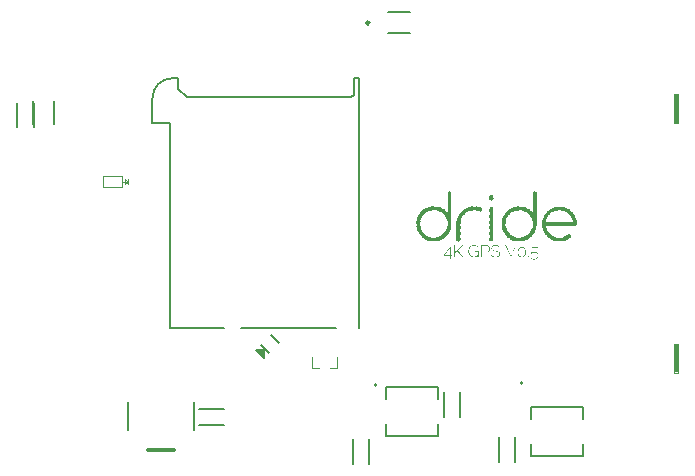
<source format=gto>
G04*
G04 #@! TF.GenerationSoftware,Altium Limited,Altium Designer,22.2.1 (43)*
G04*
G04 Layer_Color=65535*
%FSLAX44Y44*%
%MOMM*%
G71*
G04*
G04 #@! TF.SameCoordinates,32B94617-2C73-494B-87D1-3967A9C4A560*
G04*
G04*
G04 #@! TF.FilePolarity,Positive*
G04*
G01*
G75*
%ADD10C,0.1270*%
%ADD11C,0.2500*%
%ADD12C,0.2000*%
%ADD13C,0.1016*%
%ADD14C,0.1001*%
%ADD15C,0.3000*%
%ADD16C,0.1530*%
%ADD17R,0.3300X2.4700*%
G36*
X344351Y159233D02*
X344711D01*
Y158873D01*
X345071D01*
Y158513D01*
X345431D01*
Y158153D01*
X345791D01*
Y157794D01*
X345431D01*
Y157434D01*
X345791D01*
Y157074D01*
Y156714D01*
Y156354D01*
X345431D01*
Y155995D01*
Y155635D01*
X344711D01*
Y155275D01*
X344351D01*
Y154915D01*
X343272D01*
Y155275D01*
X342912D01*
Y154915D01*
X342552D01*
Y155275D01*
X342193D01*
Y155635D01*
X341833D01*
Y155995D01*
X341473D01*
Y156354D01*
Y156714D01*
Y157074D01*
X341113D01*
Y157434D01*
X341473D01*
Y157794D01*
Y158153D01*
Y158513D01*
X341833D01*
Y158873D01*
X342912D01*
Y159233D01*
X343272D01*
Y159593D01*
X343632D01*
Y159233D01*
X343992D01*
Y159593D01*
X344351D01*
Y159233D01*
D02*
G37*
G36*
Y149878D02*
X344711D01*
Y149518D01*
X345071D01*
Y149158D01*
X345431D01*
Y148799D01*
X345071D01*
Y148439D01*
X345431D01*
Y148079D01*
Y147719D01*
Y147359D01*
X345071D01*
Y147000D01*
X345431D01*
Y146640D01*
Y146280D01*
Y145920D01*
X345071D01*
Y145560D01*
X345431D01*
Y145201D01*
X345071D01*
Y144841D01*
X345431D01*
Y144481D01*
X345071D01*
Y144121D01*
X345431D01*
Y143761D01*
Y143401D01*
Y143042D01*
X345071D01*
Y142682D01*
X345431D01*
Y142322D01*
Y141962D01*
Y141602D01*
X345071D01*
Y141243D01*
X345431D01*
Y140883D01*
Y140523D01*
Y140163D01*
X345071D01*
Y139803D01*
X345431D01*
Y139444D01*
X345071D01*
Y139084D01*
X345431D01*
Y138724D01*
X345071D01*
Y138364D01*
X345431D01*
Y138005D01*
Y137645D01*
Y137285D01*
X345071D01*
Y136925D01*
X345431D01*
Y136565D01*
Y136206D01*
Y135846D01*
X345071D01*
Y135486D01*
X345431D01*
Y135126D01*
Y134766D01*
Y134406D01*
X345071D01*
Y134047D01*
X345431D01*
Y133687D01*
X345071D01*
Y133327D01*
X345431D01*
Y132967D01*
X345071D01*
Y132607D01*
X345431D01*
Y132248D01*
Y131888D01*
Y131528D01*
X345071D01*
Y131168D01*
X345431D01*
Y130808D01*
Y130449D01*
Y130089D01*
X345071D01*
Y129729D01*
X345431D01*
Y129369D01*
Y129009D01*
Y128650D01*
X345071D01*
Y128290D01*
X345431D01*
Y127930D01*
X345071D01*
Y127570D01*
X345431D01*
Y127210D01*
X345071D01*
Y126851D01*
X345431D01*
Y126491D01*
Y126131D01*
Y125771D01*
X345071D01*
Y125411D01*
X345431D01*
Y125052D01*
Y124692D01*
Y124332D01*
X345071D01*
Y123972D01*
X345431D01*
Y123612D01*
Y123253D01*
Y122893D01*
X345071D01*
Y122533D01*
X345431D01*
Y122173D01*
Y121813D01*
Y121454D01*
X345071D01*
Y121094D01*
X344711D01*
Y120734D01*
X344351D01*
Y120374D01*
X342552D01*
Y120734D01*
X342193D01*
Y121094D01*
X341833D01*
Y121454D01*
X342193D01*
Y121813D01*
X341833D01*
Y122173D01*
X342193D01*
Y122533D01*
X341833D01*
Y122893D01*
X342193D01*
Y123253D01*
X341833D01*
Y123612D01*
X342193D01*
Y123972D01*
X341833D01*
Y124332D01*
X342193D01*
Y124692D01*
X341833D01*
Y125052D01*
X342193D01*
Y125411D01*
X341833D01*
Y125771D01*
X342193D01*
Y126131D01*
X341833D01*
Y126491D01*
X342193D01*
Y126851D01*
X341833D01*
Y127210D01*
X342193D01*
Y127570D01*
X341833D01*
Y127930D01*
X342193D01*
Y128290D01*
X341833D01*
Y128650D01*
X342193D01*
Y129009D01*
X341833D01*
Y129369D01*
X342193D01*
Y129729D01*
X341833D01*
Y130089D01*
X342193D01*
Y130449D01*
X341833D01*
Y130808D01*
X342193D01*
Y131168D01*
X341833D01*
Y131528D01*
X342193D01*
Y131888D01*
X341833D01*
Y132248D01*
X342193D01*
Y132607D01*
X341833D01*
Y132967D01*
X342193D01*
Y133327D01*
X341833D01*
Y133687D01*
X342193D01*
Y134047D01*
X341833D01*
Y134406D01*
X342193D01*
Y134766D01*
X341833D01*
Y135126D01*
X342193D01*
Y135486D01*
X341833D01*
Y135846D01*
X342193D01*
Y136206D01*
X341833D01*
Y136565D01*
X342193D01*
Y136925D01*
X341833D01*
Y137285D01*
X342193D01*
Y137645D01*
X341833D01*
Y138005D01*
X342193D01*
Y138364D01*
X341833D01*
Y138724D01*
X342193D01*
Y139084D01*
X341833D01*
Y139444D01*
X342193D01*
Y139803D01*
X341833D01*
Y140163D01*
X342193D01*
Y140523D01*
X341833D01*
Y140883D01*
X342193D01*
Y141243D01*
X341833D01*
Y141602D01*
X342193D01*
Y141962D01*
X341833D01*
Y142322D01*
X342193D01*
Y142682D01*
X341833D01*
Y143042D01*
X342193D01*
Y143401D01*
X341833D01*
Y143761D01*
X342193D01*
Y144121D01*
X341833D01*
Y144481D01*
X342193D01*
Y144841D01*
X341833D01*
Y145201D01*
X342193D01*
Y145560D01*
X341833D01*
Y145920D01*
X342193D01*
Y146280D01*
X341833D01*
Y146640D01*
X342193D01*
Y147000D01*
X341833D01*
Y147359D01*
X342193D01*
Y147719D01*
X341833D01*
Y148079D01*
X342193D01*
Y148439D01*
X341833D01*
Y148799D01*
X342193D01*
Y149158D01*
Y149518D01*
X342912D01*
Y149878D01*
X343272D01*
Y150238D01*
X343632D01*
Y149878D01*
X343992D01*
Y150238D01*
X344351D01*
Y149878D01*
D02*
G37*
G36*
X331399D02*
X331758D01*
Y149518D01*
X332118D01*
Y149878D01*
X332478D01*
Y149518D01*
X333557D01*
Y149158D01*
X334637D01*
Y148799D01*
X335716D01*
Y148439D01*
Y148079D01*
Y147719D01*
X336076D01*
Y147359D01*
Y147000D01*
Y146640D01*
X335716D01*
Y146280D01*
X335356D01*
Y145920D01*
X334996D01*
Y145560D01*
X333917D01*
Y145920D01*
X333557D01*
Y145560D01*
X333198D01*
Y145920D01*
X332838D01*
Y146280D01*
X331758D01*
Y146640D01*
X331399D01*
Y146280D01*
X331039D01*
Y146640D01*
X330679D01*
Y147000D01*
X330319D01*
Y146640D01*
X330679D01*
Y146280D01*
X330319D01*
Y146640D01*
X329240D01*
Y147000D01*
X328880D01*
Y146640D01*
X327800D01*
Y146280D01*
X327441D01*
Y146640D01*
X327081D01*
Y146280D01*
X326721D01*
Y146640D01*
X326361D01*
Y146280D01*
X325282D01*
Y145920D01*
X324202D01*
Y145560D01*
X323843D01*
Y145201D01*
X323483D01*
Y144841D01*
X323123D01*
Y145201D01*
X322763D01*
Y144841D01*
X322403D01*
Y144481D01*
X322044D01*
Y144121D01*
X321684D01*
Y143761D01*
X321324D01*
Y143401D01*
X320964D01*
Y143042D01*
X320604D01*
Y142682D01*
X320245D01*
Y142322D01*
X319885D01*
Y141962D01*
X319525D01*
Y141602D01*
X319165D01*
Y141243D01*
X318805D01*
Y140883D01*
X319165D01*
Y140523D01*
X318805D01*
Y140163D01*
X318446D01*
Y139803D01*
X318086D01*
Y139444D01*
X318446D01*
Y139084D01*
X318086D01*
Y138724D01*
X317726D01*
Y138364D01*
Y138005D01*
Y137645D01*
X317366D01*
Y137285D01*
X317726D01*
Y136925D01*
X317366D01*
Y136565D01*
X317726D01*
Y136206D01*
X317366D01*
Y135846D01*
X317726D01*
Y135486D01*
X317366D01*
Y135126D01*
X317726D01*
Y134766D01*
X317366D01*
Y134406D01*
X317726D01*
Y134047D01*
X317366D01*
Y133687D01*
X317726D01*
Y133327D01*
X317366D01*
Y132967D01*
X317726D01*
Y132607D01*
X317366D01*
Y132248D01*
X317726D01*
Y131888D01*
X317366D01*
Y131528D01*
X317726D01*
Y131168D01*
X317366D01*
Y130808D01*
X317726D01*
Y130449D01*
X317366D01*
Y130089D01*
X317726D01*
Y129729D01*
X317366D01*
Y129369D01*
X317726D01*
Y129009D01*
X317366D01*
Y128650D01*
X317726D01*
Y128290D01*
X317366D01*
Y127930D01*
X317726D01*
Y127570D01*
X317366D01*
Y127210D01*
X317726D01*
Y126851D01*
X317366D01*
Y126491D01*
X317726D01*
Y126131D01*
X317366D01*
Y125771D01*
X317726D01*
Y125411D01*
X317366D01*
Y125052D01*
X317726D01*
Y124692D01*
X317366D01*
Y124332D01*
X317726D01*
Y123972D01*
X317366D01*
Y123612D01*
X317726D01*
Y123253D01*
X317366D01*
Y122893D01*
X317726D01*
Y122533D01*
X317366D01*
Y122173D01*
X317726D01*
Y121813D01*
X317366D01*
Y121454D01*
Y121094D01*
Y120734D01*
X317006D01*
Y120374D01*
X315927D01*
Y120014D01*
X315567D01*
Y120374D01*
X314488D01*
Y120734D01*
Y121094D01*
X314128D01*
Y121454D01*
Y121813D01*
Y122173D01*
Y122533D01*
X313768D01*
Y122893D01*
X314128D01*
Y123253D01*
Y123612D01*
Y123972D01*
X313768D01*
Y124332D01*
X314128D01*
Y124692D01*
Y125052D01*
Y125411D01*
X313768D01*
Y125771D01*
X314128D01*
Y126131D01*
Y126491D01*
Y126851D01*
X313768D01*
Y127210D01*
X314128D01*
Y127570D01*
Y127930D01*
Y128290D01*
X313768D01*
Y128650D01*
X314128D01*
Y129009D01*
Y129369D01*
Y129729D01*
X313768D01*
Y130089D01*
X314128D01*
Y130449D01*
Y130808D01*
Y131168D01*
X313768D01*
Y131528D01*
X314128D01*
Y131888D01*
Y132248D01*
Y132607D01*
X313768D01*
Y132967D01*
X314128D01*
Y133327D01*
Y133687D01*
Y134047D01*
X313768D01*
Y134406D01*
X314128D01*
Y134766D01*
Y135126D01*
Y135486D01*
Y135846D01*
Y136206D01*
Y136565D01*
Y136925D01*
Y137285D01*
Y137645D01*
X314488D01*
Y138005D01*
Y138364D01*
Y138724D01*
X314848D01*
Y139084D01*
X314488D01*
Y139444D01*
X314848D01*
Y139803D01*
Y140163D01*
Y140523D01*
X315207D01*
Y140883D01*
X315567D01*
Y141243D01*
X315207D01*
Y141602D01*
X315567D01*
Y141962D01*
X315927D01*
Y142322D01*
X316287D01*
Y142682D01*
Y143042D01*
X316647D01*
Y143401D01*
Y143761D01*
X317006D01*
Y144121D01*
X317366D01*
Y144481D01*
X317726D01*
Y144841D01*
X318086D01*
Y145201D01*
X318446D01*
Y145560D01*
X318805D01*
Y145920D01*
X319165D01*
Y146280D01*
X319525D01*
Y146640D01*
X319885D01*
Y147000D01*
X320245D01*
Y147359D01*
X320604D01*
Y147719D01*
X320964D01*
Y147359D01*
X321324D01*
Y147719D01*
X321684D01*
Y148079D01*
X322044D01*
Y148439D01*
X322403D01*
Y148799D01*
X323483D01*
Y149158D01*
X323843D01*
Y148799D01*
X324202D01*
Y149158D01*
X324562D01*
Y149518D01*
X325642D01*
Y149878D01*
X326001D01*
Y149518D01*
X326361D01*
Y149878D01*
X326721D01*
Y150238D01*
X327081D01*
Y149878D01*
X327441D01*
Y150238D01*
X327800D01*
Y149878D01*
X328160D01*
Y150238D01*
X328520D01*
Y149878D01*
X328880D01*
Y150238D01*
X329240D01*
Y149878D01*
X329599D01*
Y150238D01*
X329959D01*
Y149878D01*
X330319D01*
Y150238D01*
X330679D01*
Y149878D01*
X331039D01*
Y150238D01*
X331399D01*
Y149878D01*
D02*
G37*
G36*
X403719Y149518D02*
X404798D01*
Y149158D01*
X405158D01*
Y149518D01*
X405518D01*
Y149158D01*
X405878D01*
Y148799D01*
X406957D01*
Y148439D01*
X407317D01*
Y148799D01*
X407677D01*
Y148439D01*
X408036D01*
Y148079D01*
X408396D01*
Y147719D01*
X408756D01*
Y147359D01*
X409836D01*
Y147000D01*
X410195D01*
Y146640D01*
X410555D01*
Y146280D01*
X410915D01*
Y145920D01*
X411275D01*
Y145560D01*
X411634D01*
Y145201D01*
X411994D01*
Y144841D01*
X412354D01*
Y144481D01*
X412714D01*
Y144121D01*
X413074D01*
Y143761D01*
X413433D01*
Y143401D01*
X413793D01*
Y143042D01*
X414153D01*
Y142682D01*
X413793D01*
Y142322D01*
X414153D01*
Y141962D01*
X414513D01*
Y141602D01*
X414873D01*
Y141243D01*
Y140883D01*
Y140523D01*
X415233D01*
Y140163D01*
Y139803D01*
Y139444D01*
X415592D01*
Y139084D01*
Y138724D01*
Y138364D01*
X415952D01*
Y138005D01*
Y137645D01*
Y137285D01*
X416312D01*
Y136925D01*
X415952D01*
Y136565D01*
X416312D01*
Y136206D01*
X415952D01*
Y135846D01*
X416312D01*
Y135486D01*
X415952D01*
Y135126D01*
X416312D01*
Y134766D01*
X415952D01*
Y134406D01*
X415592D01*
Y134047D01*
X415233D01*
Y133687D01*
X414873D01*
Y133327D01*
X414513D01*
Y133687D01*
X414153D01*
Y133327D01*
X413793D01*
Y133687D01*
X413433D01*
Y133327D01*
X413074D01*
Y133687D01*
X412714D01*
Y133327D01*
X412354D01*
Y133687D01*
X411994D01*
Y133327D01*
X411634D01*
Y133687D01*
X411275D01*
Y133327D01*
X410915D01*
Y133687D01*
X410555D01*
Y133327D01*
X410195D01*
Y133687D01*
X409836D01*
Y133327D01*
X409476D01*
Y133687D01*
X409116D01*
Y133327D01*
X408756D01*
Y133687D01*
X408396D01*
Y133327D01*
X408036D01*
Y133687D01*
X407677D01*
Y133327D01*
X407317D01*
Y133687D01*
X406957D01*
Y133327D01*
X406597D01*
Y133687D01*
X406237D01*
Y133327D01*
X405878D01*
Y133687D01*
X405518D01*
Y133327D01*
X405158D01*
Y133687D01*
X404798D01*
Y133327D01*
X404438D01*
Y133687D01*
X404079D01*
Y133327D01*
X403719D01*
Y133687D01*
X403359D01*
Y133327D01*
X402999D01*
Y133687D01*
X402639D01*
Y133327D01*
X402280D01*
Y133687D01*
X401920D01*
Y133327D01*
X401560D01*
Y133687D01*
X401200D01*
Y133327D01*
X400840D01*
Y133687D01*
X400481D01*
Y133327D01*
X400121D01*
Y133687D01*
X399761D01*
Y133327D01*
X399401D01*
Y133687D01*
X399041D01*
Y133327D01*
X398682D01*
Y133687D01*
X398322D01*
Y133327D01*
X397962D01*
Y133687D01*
X397602D01*
Y133327D01*
X397242D01*
Y133687D01*
X396883D01*
Y133327D01*
X396523D01*
Y133687D01*
X396163D01*
Y133327D01*
X395803D01*
Y133687D01*
X395443D01*
Y133327D01*
X395084D01*
Y133687D01*
X394724D01*
Y133327D01*
X394364D01*
Y133687D01*
X394004D01*
Y133327D01*
X393644D01*
Y133687D01*
X393285D01*
Y133327D01*
X392925D01*
Y133687D01*
X392565D01*
Y133327D01*
X392205D01*
Y133687D01*
X391845D01*
Y133327D01*
X391485D01*
Y133687D01*
X391126D01*
Y133327D01*
X390766D01*
Y133687D01*
X390406D01*
Y133327D01*
X389687D01*
Y132967D01*
Y132607D01*
X390046D01*
Y132248D01*
Y131888D01*
Y131528D01*
X390406D01*
Y131168D01*
Y130808D01*
Y130449D01*
X390766D01*
Y130089D01*
X391126D01*
Y129729D01*
X390766D01*
Y129369D01*
X391126D01*
Y129009D01*
X391485D01*
Y128650D01*
X391845D01*
Y128290D01*
X392205D01*
Y127930D01*
X392565D01*
Y127570D01*
Y127210D01*
X393285D01*
Y126851D01*
X393644D01*
Y126491D01*
X394004D01*
Y126131D01*
X394364D01*
Y125771D01*
X394724D01*
Y125411D01*
X395084D01*
Y125052D01*
X396163D01*
Y124692D01*
X396523D01*
Y124332D01*
X397602D01*
Y123972D01*
X398682D01*
Y123612D01*
X399041D01*
Y123972D01*
X399401D01*
Y123612D01*
X403359D01*
Y123972D01*
X403719D01*
Y123612D01*
X404079D01*
Y123972D01*
X404438D01*
Y124332D01*
X405518D01*
Y124692D01*
X405878D01*
Y124332D01*
X406237D01*
Y124692D01*
X406597D01*
Y125052D01*
X406957D01*
Y125411D01*
X407317D01*
Y125771D01*
X408396D01*
Y126131D01*
X408756D01*
Y126491D01*
X409116D01*
Y126851D01*
X409476D01*
Y126491D01*
X409836D01*
Y126851D01*
X410195D01*
Y126491D01*
X410555D01*
Y126131D01*
X410915D01*
Y125771D01*
X411275D01*
Y125411D01*
Y125052D01*
Y124692D01*
Y124332D01*
Y123972D01*
X410915D01*
Y123612D01*
X410555D01*
Y123253D01*
X409476D01*
Y122893D01*
Y122533D01*
X408756D01*
Y122173D01*
X408396D01*
Y121813D01*
X407317D01*
Y121454D01*
X406957D01*
Y121094D01*
X405158D01*
Y120734D01*
X404079D01*
Y120374D01*
X403719D01*
Y120734D01*
X403359D01*
Y120374D01*
X399401D01*
Y120734D01*
X399041D01*
Y120374D01*
X398682D01*
Y120734D01*
X398322D01*
Y120374D01*
X397962D01*
Y120734D01*
X397602D01*
Y121094D01*
X395803D01*
Y121454D01*
X395443D01*
Y121813D01*
X394364D01*
Y122173D01*
X394004D01*
Y122533D01*
X392925D01*
Y122893D01*
X392565D01*
Y123253D01*
X392205D01*
Y123612D01*
X391845D01*
Y123972D01*
X391485D01*
Y124332D01*
X391126D01*
Y124692D01*
X390766D01*
Y125052D01*
X390406D01*
Y125411D01*
X390046D01*
Y125771D01*
X389687D01*
Y126131D01*
X389327D01*
Y126491D01*
Y126851D01*
X388967D01*
Y127210D01*
Y127570D01*
X388607D01*
Y127930D01*
X388247D01*
Y128290D01*
X387887D01*
Y128650D01*
X388247D01*
Y129009D01*
X387887D01*
Y129369D01*
X387528D01*
Y129729D01*
X387168D01*
Y130089D01*
X387528D01*
Y130449D01*
X387168D01*
Y130808D01*
Y131168D01*
Y131528D01*
X386808D01*
Y131888D01*
Y132248D01*
Y132607D01*
Y132967D01*
Y133327D01*
X386448D01*
Y133687D01*
X386808D01*
Y134047D01*
X386448D01*
Y134406D01*
X386808D01*
Y134766D01*
X386448D01*
Y135126D01*
X386808D01*
Y135486D01*
X386448D01*
Y135846D01*
X386808D01*
Y136206D01*
X386448D01*
Y136565D01*
X386808D01*
Y136925D01*
X386448D01*
Y137285D01*
X386808D01*
Y137645D01*
Y138005D01*
Y138364D01*
X387168D01*
Y138724D01*
Y139084D01*
Y139444D01*
X387528D01*
Y139803D01*
X387168D01*
Y140163D01*
X387528D01*
Y140523D01*
X387887D01*
Y140883D01*
Y141243D01*
Y141602D01*
X388247D01*
Y141962D01*
X388607D01*
Y142322D01*
Y142682D01*
Y143042D01*
X388967D01*
Y143401D01*
X389327D01*
Y143761D01*
X389687D01*
Y144121D01*
X390046D01*
Y144481D01*
X390406D01*
Y144841D01*
Y145201D01*
X391126D01*
Y145560D01*
Y145920D01*
X391845D01*
Y146280D01*
X392205D01*
Y146640D01*
X392565D01*
Y147000D01*
X392925D01*
Y147359D01*
X393644D01*
Y147719D01*
Y148079D01*
X394724D01*
Y148439D01*
X395084D01*
Y148799D01*
X395443D01*
Y148439D01*
X395803D01*
Y148799D01*
X396883D01*
Y149158D01*
X397242D01*
Y149518D01*
X397602D01*
Y149158D01*
X397962D01*
Y149518D01*
X399041D01*
Y149878D01*
X399401D01*
Y149518D01*
X399761D01*
Y149878D01*
X400121D01*
Y149518D01*
X400481D01*
Y149878D01*
X400840D01*
Y149518D01*
X401200D01*
Y149878D01*
X401560D01*
Y149518D01*
X401920D01*
Y149878D01*
X402280D01*
Y149518D01*
X402639D01*
Y149878D01*
X402999D01*
Y149518D01*
X403359D01*
Y149878D01*
X403719D01*
Y149518D01*
D02*
G37*
G36*
X308371Y162831D02*
X308731D01*
Y162471D01*
X309450D01*
Y162111D01*
Y161751D01*
X309810D01*
Y161392D01*
Y161032D01*
Y160672D01*
X309450D01*
Y160312D01*
X309810D01*
Y159952D01*
Y159593D01*
Y159233D01*
X309450D01*
Y158873D01*
X309810D01*
Y158513D01*
Y158153D01*
Y157794D01*
X309450D01*
Y157434D01*
X309810D01*
Y157074D01*
Y156714D01*
Y156354D01*
X309450D01*
Y155995D01*
X309810D01*
Y155635D01*
Y155275D01*
Y154915D01*
X309450D01*
Y154555D01*
X309810D01*
Y154196D01*
Y153836D01*
Y153476D01*
X309450D01*
Y153116D01*
X309810D01*
Y152756D01*
Y152397D01*
Y152037D01*
X309450D01*
Y151677D01*
X309810D01*
Y151317D01*
Y150957D01*
Y150598D01*
X309450D01*
Y150238D01*
X309810D01*
Y149878D01*
Y149518D01*
Y149158D01*
X309450D01*
Y148799D01*
X309810D01*
Y148439D01*
Y148079D01*
Y147719D01*
X309450D01*
Y147359D01*
X309810D01*
Y147000D01*
Y146640D01*
Y146280D01*
X309450D01*
Y145920D01*
X309810D01*
Y145560D01*
Y145201D01*
Y144841D01*
X309450D01*
Y144481D01*
X309810D01*
Y144121D01*
Y143761D01*
Y143401D01*
X309450D01*
Y143042D01*
X309810D01*
Y142682D01*
Y142322D01*
Y141962D01*
X309450D01*
Y141602D01*
X309810D01*
Y141243D01*
Y140883D01*
Y140523D01*
X309450D01*
Y140163D01*
X309810D01*
Y139803D01*
Y139444D01*
Y139084D01*
X309450D01*
Y138724D01*
X309810D01*
Y138364D01*
Y138005D01*
Y137645D01*
X309450D01*
Y137285D01*
X309810D01*
Y136925D01*
Y136565D01*
Y136206D01*
X309450D01*
Y135846D01*
X309810D01*
Y135486D01*
Y135126D01*
Y134766D01*
X309450D01*
Y134406D01*
X309810D01*
Y134047D01*
Y133687D01*
Y133327D01*
X309450D01*
Y132967D01*
X309810D01*
Y132607D01*
X309450D01*
Y132248D01*
X309810D01*
Y131888D01*
X309450D01*
Y131528D01*
Y131168D01*
Y130808D01*
X309091D01*
Y130449D01*
Y130089D01*
Y129729D01*
X308731D01*
Y129369D01*
Y129009D01*
X308371D01*
Y128650D01*
Y128290D01*
X308011D01*
Y127930D01*
Y127570D01*
X307652D01*
Y127210D01*
Y126851D01*
X307292D01*
Y126491D01*
X306932D01*
Y126131D01*
X306572D01*
Y125771D01*
X306212D01*
Y125411D01*
X305853D01*
Y125052D01*
X305493D01*
Y124692D01*
X305133D01*
Y124332D01*
Y123972D01*
X304413D01*
Y123612D01*
X304053D01*
Y123253D01*
X303694D01*
Y122893D01*
X303334D01*
Y122533D01*
X302974D01*
Y122173D01*
X301895D01*
Y121813D01*
X300815D01*
Y121454D01*
X301175D01*
Y121094D01*
X300815D01*
Y121454D01*
X300455D01*
Y121094D01*
X299376D01*
Y120734D01*
X299016D01*
Y120374D01*
X298656D01*
Y120734D01*
X298297D01*
Y120374D01*
X291460D01*
Y120734D01*
X290381D01*
Y121094D01*
X289302D01*
Y121454D01*
X288942D01*
Y121813D01*
X287862D01*
Y122173D01*
X287502D01*
Y122533D01*
X286423D01*
Y122893D01*
X286063D01*
Y123253D01*
X285704D01*
Y123612D01*
X285344D01*
Y123972D01*
X284984D01*
Y124332D01*
X284624D01*
Y124692D01*
X284264D01*
Y125052D01*
X283904D01*
Y125411D01*
X283545D01*
Y125771D01*
X283185D01*
Y126131D01*
X282825D01*
Y126491D01*
X282465D01*
Y126851D01*
X282106D01*
Y127210D01*
X282465D01*
Y127570D01*
X282106D01*
Y127930D01*
X281746D01*
Y128290D01*
X281386D01*
Y128650D01*
Y129009D01*
Y129369D01*
X281026D01*
Y129729D01*
X280666D01*
Y130089D01*
X281026D01*
Y130449D01*
X280666D01*
Y130808D01*
Y131168D01*
Y131528D01*
X280306D01*
Y131888D01*
Y132248D01*
Y132607D01*
X279947D01*
Y132967D01*
X280306D01*
Y133327D01*
X279947D01*
Y133687D01*
X280306D01*
Y134047D01*
X279947D01*
Y134406D01*
X280306D01*
Y134766D01*
X279947D01*
Y135126D01*
X280306D01*
Y135486D01*
X279947D01*
Y135846D01*
X280306D01*
Y136206D01*
X279947D01*
Y136565D01*
X280306D01*
Y136925D01*
X279947D01*
Y137285D01*
X280306D01*
Y137645D01*
X279947D01*
Y138005D01*
X280306D01*
Y138364D01*
Y138724D01*
Y139084D01*
X280666D01*
Y139444D01*
Y139803D01*
Y140163D01*
X281026D01*
Y140523D01*
Y140883D01*
Y141243D01*
X281386D01*
Y141602D01*
X281746D01*
Y141962D01*
X281386D01*
Y142322D01*
X281746D01*
Y142682D01*
X282106D01*
Y143042D01*
X282465D01*
Y143401D01*
X282825D01*
Y143761D01*
X283185D01*
Y144121D01*
X282825D01*
Y144481D01*
X283185D01*
Y144841D01*
X283545D01*
Y145201D01*
X283904D01*
Y145560D01*
X284264D01*
Y145920D01*
X284624D01*
Y146280D01*
X284984D01*
Y146640D01*
X285344D01*
Y147000D01*
X285704D01*
Y147359D01*
X286783D01*
Y147719D01*
X287143D01*
Y148079D01*
X287502D01*
Y148439D01*
X287862D01*
Y148799D01*
X288222D01*
Y148439D01*
X288582D01*
Y148799D01*
X288942D01*
Y149158D01*
X289302D01*
Y148799D01*
X289661D01*
Y149158D01*
X290021D01*
Y149518D01*
X291101D01*
Y149878D01*
X291460D01*
Y149518D01*
X291820D01*
Y149878D01*
X292180D01*
Y150238D01*
X292540D01*
Y149878D01*
X292900D01*
Y150238D01*
X293259D01*
Y149878D01*
X293619D01*
Y150238D01*
X293979D01*
Y149878D01*
X294339D01*
Y150238D01*
X294699D01*
Y149878D01*
X295058D01*
Y150238D01*
X295418D01*
Y149878D01*
X295778D01*
Y150238D01*
X296138D01*
Y149878D01*
X296498D01*
Y150238D01*
X296857D01*
Y149878D01*
X297217D01*
Y149518D01*
X297577D01*
Y149878D01*
X297937D01*
Y149518D01*
X298297D01*
Y149878D01*
X298656D01*
Y149518D01*
X299736D01*
Y149158D01*
X300096D01*
Y148799D01*
X300455D01*
Y149158D01*
X300815D01*
Y148799D01*
X301895D01*
Y148439D01*
X302255D01*
Y148079D01*
X302614D01*
Y147719D01*
X302974D01*
Y147359D01*
X304053D01*
Y147000D01*
X304413D01*
Y146640D01*
X304773D01*
Y146280D01*
X305133D01*
Y145920D01*
X305493D01*
Y145560D01*
X305853D01*
Y145201D01*
X306212D01*
Y144841D01*
X306572D01*
Y145201D01*
Y145560D01*
Y145920D01*
Y146280D01*
Y146640D01*
Y147000D01*
Y147359D01*
Y147719D01*
Y148079D01*
Y148439D01*
Y148799D01*
Y149158D01*
Y149518D01*
Y149878D01*
Y150238D01*
Y150598D01*
Y150957D01*
Y151317D01*
Y151677D01*
Y152037D01*
Y152397D01*
Y152756D01*
Y153116D01*
Y153476D01*
Y153836D01*
Y154196D01*
Y154555D01*
Y154915D01*
Y155275D01*
Y155635D01*
Y155995D01*
Y156354D01*
Y156714D01*
Y157074D01*
Y157434D01*
Y157794D01*
Y158153D01*
Y158513D01*
Y158873D01*
Y159233D01*
Y159593D01*
Y159952D01*
Y160312D01*
Y160672D01*
Y161032D01*
Y161392D01*
Y161751D01*
X306932D01*
Y162111D01*
Y162471D01*
X307652D01*
Y162831D01*
X308011D01*
Y163191D01*
X308371D01*
Y162831D01*
D02*
G37*
G36*
X380332D02*
X380691D01*
Y162471D01*
X381771D01*
Y162111D01*
Y161751D01*
X382131D01*
Y161392D01*
Y161032D01*
Y160672D01*
Y160312D01*
Y159952D01*
Y159593D01*
Y159233D01*
Y158873D01*
Y158513D01*
Y158153D01*
Y157794D01*
Y157434D01*
Y157074D01*
Y156714D01*
Y156354D01*
Y155995D01*
Y155635D01*
Y155275D01*
Y154915D01*
Y154555D01*
Y154196D01*
Y153836D01*
Y153476D01*
Y153116D01*
Y152756D01*
Y152397D01*
Y152037D01*
Y151677D01*
Y151317D01*
Y150957D01*
Y150598D01*
Y150238D01*
Y149878D01*
Y149518D01*
Y149158D01*
Y148799D01*
Y148439D01*
Y148079D01*
Y147719D01*
Y147359D01*
Y147000D01*
Y146640D01*
Y146280D01*
Y145920D01*
Y145560D01*
Y145201D01*
Y144841D01*
Y144481D01*
Y144121D01*
Y143761D01*
Y143401D01*
Y143042D01*
Y142682D01*
Y142322D01*
Y141962D01*
Y141602D01*
Y141243D01*
Y140883D01*
Y140523D01*
Y140163D01*
Y139803D01*
Y139444D01*
Y139084D01*
Y138724D01*
Y138364D01*
Y138005D01*
Y137645D01*
Y137285D01*
Y136925D01*
Y136565D01*
Y136206D01*
Y135846D01*
Y135486D01*
Y135126D01*
Y134766D01*
Y134406D01*
Y134047D01*
Y133687D01*
X381771D01*
Y133327D01*
X382131D01*
Y132967D01*
X381771D01*
Y132607D01*
Y132248D01*
Y131888D01*
X381411D01*
Y131528D01*
X381771D01*
Y131168D01*
X381411D01*
Y130808D01*
Y130449D01*
Y130089D01*
X381051D01*
Y129729D01*
X380691D01*
Y129369D01*
X381051D01*
Y129009D01*
X380691D01*
Y128650D01*
X380332D01*
Y128290D01*
Y127930D01*
Y127570D01*
X379972D01*
Y127210D01*
X379612D01*
Y126851D01*
X379252D01*
Y126491D01*
Y126131D01*
X378533D01*
Y125771D01*
X378892D01*
Y125411D01*
X378173D01*
Y125052D01*
Y124692D01*
X377813D01*
Y124332D01*
X377453D01*
Y123972D01*
X376734D01*
Y123612D01*
Y123253D01*
X375654D01*
Y122893D01*
X375294D01*
Y122533D01*
X374935D01*
Y122173D01*
X374575D01*
Y121813D01*
X373495D01*
Y121454D01*
X373136D01*
Y121813D01*
X372776D01*
Y121454D01*
X373136D01*
Y121094D01*
X372776D01*
Y121454D01*
X372416D01*
Y121094D01*
X371337D01*
Y120734D01*
X370977D01*
Y120374D01*
X370617D01*
Y120734D01*
X370257D01*
Y120374D01*
X364141D01*
Y120734D01*
X363781D01*
Y120374D01*
X363421D01*
Y120734D01*
X363061D01*
Y121094D01*
X361262D01*
Y121454D01*
X360902D01*
Y121813D01*
X359823D01*
Y122173D01*
X359463D01*
Y122533D01*
X359103D01*
Y122893D01*
X358744D01*
Y123253D01*
X357664D01*
Y123612D01*
X357304D01*
Y123972D01*
X356945D01*
Y124332D01*
X356585D01*
Y124692D01*
X356225D01*
Y125052D01*
X355865D01*
Y125411D01*
X355505D01*
Y125771D01*
Y126131D01*
X354786D01*
Y126491D01*
X355145D01*
Y126851D01*
X354786D01*
Y127210D01*
X354426D01*
Y127570D01*
X354066D01*
Y127930D01*
Y128290D01*
X353706D01*
Y128650D01*
Y129009D01*
X353346D01*
Y129369D01*
Y129729D01*
Y130089D01*
X352987D01*
Y130449D01*
Y130808D01*
Y131168D01*
X352627D01*
Y131528D01*
X352987D01*
Y131888D01*
X352627D01*
Y132248D01*
Y132607D01*
Y132967D01*
X352267D01*
Y133327D01*
Y133687D01*
Y134047D01*
Y134406D01*
Y134766D01*
Y135126D01*
Y135486D01*
Y135846D01*
Y136206D01*
Y136565D01*
Y136925D01*
X352627D01*
Y137285D01*
X352267D01*
Y137645D01*
X352627D01*
Y138005D01*
Y138364D01*
Y138724D01*
X352987D01*
Y139084D01*
X352627D01*
Y139444D01*
X352987D01*
Y139803D01*
Y140163D01*
X353346D01*
Y140523D01*
Y140883D01*
X353706D01*
Y141243D01*
X353346D01*
Y141602D01*
X353706D01*
Y141962D01*
X354066D01*
Y142322D01*
X354426D01*
Y142682D01*
X354066D01*
Y143042D01*
X354786D01*
Y143401D01*
Y143761D01*
X355145D01*
Y144121D01*
X355505D01*
Y144481D01*
X355865D01*
Y144841D01*
X356225D01*
Y145201D01*
X356585D01*
Y145560D01*
X356945D01*
Y145920D01*
X357304D01*
Y146280D01*
X357664D01*
Y146640D01*
X358024D01*
Y147000D01*
X358384D01*
Y147359D01*
X358744D01*
Y147719D01*
X359103D01*
Y148079D01*
X360183D01*
Y148439D01*
X360542D01*
Y148799D01*
X361622D01*
Y149158D01*
X361982D01*
Y149518D01*
X362341D01*
Y149158D01*
X362701D01*
Y149518D01*
X363781D01*
Y149878D01*
X364141D01*
Y149518D01*
X364500D01*
Y149878D01*
X365580D01*
Y150238D01*
X365940D01*
Y149878D01*
X366299D01*
Y150238D01*
X366659D01*
Y149878D01*
X367019D01*
Y150238D01*
X367379D01*
Y149878D01*
X367739D01*
Y150238D01*
X368098D01*
Y149878D01*
X368458D01*
Y150238D01*
X368818D01*
Y149878D01*
X369178D01*
Y149518D01*
X369538D01*
Y149878D01*
X369897D01*
Y149518D01*
X370257D01*
Y149878D01*
X370617D01*
Y149518D01*
X371696D01*
Y149158D01*
X372776D01*
Y148799D01*
X373855D01*
Y148439D01*
X374215D01*
Y148079D01*
X374575D01*
Y147719D01*
X374935D01*
Y148079D01*
X375294D01*
Y147719D01*
X375654D01*
Y147359D01*
X376014D01*
Y147000D01*
X376374D01*
Y146640D01*
X376734D01*
Y146280D01*
X377093D01*
Y145920D01*
X377813D01*
Y145560D01*
Y145201D01*
X378173D01*
Y144841D01*
X378533D01*
Y144481D01*
X378892D01*
Y144841D01*
X378533D01*
Y145201D01*
X378892D01*
Y145560D01*
X378533D01*
Y145920D01*
X378892D01*
Y146280D01*
X378533D01*
Y146640D01*
X378892D01*
Y147000D01*
X378533D01*
Y147359D01*
X378892D01*
Y147719D01*
X378533D01*
Y148079D01*
X378892D01*
Y148439D01*
X378533D01*
Y148799D01*
X378892D01*
Y149158D01*
X378533D01*
Y149518D01*
X378892D01*
Y149878D01*
X378533D01*
Y150238D01*
X378892D01*
Y150598D01*
X378533D01*
Y150957D01*
X378892D01*
Y151317D01*
X378533D01*
Y151677D01*
X378892D01*
Y152037D01*
X378533D01*
Y152397D01*
X378892D01*
Y152756D01*
X378533D01*
Y153116D01*
X378892D01*
Y153476D01*
X378533D01*
Y153836D01*
X378892D01*
Y154196D01*
X378533D01*
Y154555D01*
X378892D01*
Y154915D01*
X378533D01*
Y155275D01*
X378892D01*
Y155635D01*
X378533D01*
Y155995D01*
X378892D01*
Y156354D01*
X378533D01*
Y156714D01*
X378892D01*
Y157074D01*
X378533D01*
Y157434D01*
X378892D01*
Y157794D01*
X378533D01*
Y158153D01*
X378892D01*
Y158513D01*
X378533D01*
Y158873D01*
X378892D01*
Y159233D01*
X378533D01*
Y159593D01*
X378892D01*
Y159952D01*
X378533D01*
Y160312D01*
X378892D01*
Y160672D01*
X378533D01*
Y161032D01*
X378892D01*
Y161392D01*
X378533D01*
Y161751D01*
X378892D01*
Y162111D01*
X379252D01*
Y162471D01*
X379612D01*
Y162831D01*
X379972D01*
Y163191D01*
X380332D01*
Y162831D01*
D02*
G37*
G36*
X347723Y117402D02*
X347908Y117383D01*
X348112Y117365D01*
X348538Y117291D01*
X348556D01*
X348630Y117272D01*
X348741Y117235D01*
X348871Y117198D01*
X349038Y117143D01*
X349204Y117069D01*
X349556Y116883D01*
X349575Y116865D01*
X349630Y116828D01*
X349723Y116772D01*
X349852Y116680D01*
X349982Y116569D01*
X350130Y116439D01*
X350297Y116272D01*
X350463Y116069D01*
X350130Y115736D01*
X350112Y115754D01*
X350056Y115791D01*
X349982Y115865D01*
X349889Y115939D01*
X349667Y116143D01*
X349426Y116309D01*
X349408Y116328D01*
X349371Y116347D01*
X349315Y116383D01*
X349241Y116421D01*
X349056Y116532D01*
X348834Y116624D01*
X348815D01*
X348778Y116643D01*
X348723Y116661D01*
X348630Y116698D01*
X348408Y116754D01*
X348149Y116809D01*
X348130D01*
X348093Y116828D01*
X348019D01*
X347927Y116847D01*
X347797D01*
X347667Y116865D01*
X347093D01*
X346945Y116847D01*
X346797Y116828D01*
X346445Y116791D01*
X346056Y116717D01*
X345649Y116606D01*
X345297Y116439D01*
X345131Y116347D01*
X344982Y116235D01*
X344945Y116217D01*
X344871Y116124D01*
X344760Y115995D01*
X344631Y115809D01*
X344482Y115569D01*
X344371Y115291D01*
X344297Y114976D01*
X344260Y114606D01*
Y114569D01*
Y114495D01*
X344279Y114365D01*
X344297Y114217D01*
X344334Y114050D01*
X344390Y113865D01*
X344464Y113699D01*
X344557Y113532D01*
X344575Y113513D01*
X344612Y113476D01*
X344686Y113402D01*
X344797Y113310D01*
X344927Y113217D01*
X345093Y113125D01*
X345279Y113013D01*
X345519Y112921D01*
X345556Y112902D01*
X345649Y112884D01*
X345797Y112828D01*
X346001Y112773D01*
X346260Y112699D01*
X346556Y112625D01*
X346908Y112551D01*
X347297Y112458D01*
X347315D01*
X347353Y112439D01*
X347408D01*
X347482Y112421D01*
X347704Y112365D01*
X347982Y112310D01*
X348278Y112217D01*
X348612Y112125D01*
X348964Y112032D01*
X349278Y111921D01*
X349297D01*
X349315Y111903D01*
X349408Y111866D01*
X349575Y111791D01*
X349760Y111699D01*
X349963Y111588D01*
X350186Y111440D01*
X350408Y111273D01*
X350593Y111088D01*
X350611Y111069D01*
X350667Y110995D01*
X350741Y110866D01*
X350834Y110717D01*
X350926Y110495D01*
X351000Y110254D01*
X351056Y109958D01*
X351074Y109625D01*
Y109607D01*
Y109514D01*
X351056Y109403D01*
X351037Y109255D01*
X351019Y109069D01*
X350963Y108884D01*
X350908Y108681D01*
X350815Y108477D01*
X350797Y108458D01*
X350760Y108403D01*
X350704Y108292D01*
X350630Y108181D01*
X350519Y108051D01*
X350389Y107903D01*
X350241Y107755D01*
X350056Y107625D01*
X350037Y107607D01*
X349963Y107570D01*
X349871Y107514D01*
X349723Y107440D01*
X349556Y107366D01*
X349352Y107273D01*
X349130Y107199D01*
X348889Y107125D01*
X348852D01*
X348778Y107107D01*
X348630Y107070D01*
X348445Y107051D01*
X348223Y107014D01*
X347982Y106977D01*
X347686Y106959D01*
X347242D01*
X347093Y106977D01*
X346890D01*
X346649Y106996D01*
X346390Y107033D01*
X345853Y107125D01*
X345816D01*
X345742Y107162D01*
X345593Y107199D01*
X345427Y107255D01*
X345223Y107329D01*
X345001Y107422D01*
X344538Y107644D01*
X344520Y107662D01*
X344445Y107718D01*
X344316Y107792D01*
X344168Y107903D01*
X343983Y108051D01*
X343779Y108218D01*
X343557Y108421D01*
X343335Y108644D01*
X343705Y108977D01*
X343723Y108958D01*
X343779Y108903D01*
X343871Y108829D01*
X344001Y108718D01*
X344279Y108477D01*
X344575Y108255D01*
X344594Y108236D01*
X344649Y108218D01*
X344723Y108162D01*
X344834Y108088D01*
X344964Y108014D01*
X345093Y107940D01*
X345408Y107792D01*
X345427D01*
X345482Y107773D01*
X345575Y107736D01*
X345686Y107699D01*
X345834Y107662D01*
X346001Y107607D01*
X346353Y107533D01*
X346371D01*
X346445Y107514D01*
X346538D01*
X346668Y107496D01*
X346834Y107477D01*
X347001D01*
X347408Y107458D01*
X347649D01*
X347760Y107477D01*
X347908Y107496D01*
X348241Y107533D01*
X348593Y107588D01*
X348964Y107681D01*
X349334Y107810D01*
X349667Y107996D01*
X349686D01*
X349704Y108014D01*
X349797Y108088D01*
X349926Y108218D01*
X350075Y108403D01*
X350223Y108625D01*
X350352Y108903D01*
X350445Y109218D01*
X350482Y109403D01*
Y109588D01*
Y109625D01*
Y109699D01*
X350463Y109829D01*
X350445Y109995D01*
X350408Y110162D01*
X350334Y110347D01*
X350260Y110532D01*
X350149Y110699D01*
X350130Y110717D01*
X350093Y110773D01*
X350019Y110847D01*
X349908Y110940D01*
X349760Y111051D01*
X349575Y111180D01*
X349371Y111292D01*
X349112Y111403D01*
X349075Y111421D01*
X348982Y111458D01*
X348834Y111514D01*
X348612Y111588D01*
X348353Y111662D01*
X348038Y111754D01*
X347667Y111828D01*
X347260Y111921D01*
X347242D01*
X347204Y111940D01*
X347149D01*
X347075Y111958D01*
X346871Y111995D01*
X346612Y112051D01*
X346297Y112125D01*
X345982Y112199D01*
X345649Y112291D01*
X345334Y112384D01*
X345297Y112402D01*
X345205Y112439D01*
X345056Y112495D01*
X344890Y112588D01*
X344686Y112699D01*
X344482Y112828D01*
X344279Y112977D01*
X344112Y113162D01*
X344094Y113180D01*
X344038Y113254D01*
X343983Y113365D01*
X343909Y113532D01*
X343816Y113736D01*
X343760Y113976D01*
X343705Y114273D01*
X343686Y114587D01*
Y114606D01*
Y114625D01*
Y114736D01*
X343705Y114902D01*
X343742Y115124D01*
X343797Y115365D01*
X343871Y115624D01*
X343983Y115884D01*
X344131Y116124D01*
X344149Y116161D01*
X344205Y116235D01*
X344316Y116347D01*
X344464Y116476D01*
X344631Y116643D01*
X344853Y116791D01*
X345112Y116958D01*
X345408Y117087D01*
X345427D01*
X345445Y117106D01*
X345556Y117143D01*
X345723Y117198D01*
X345964Y117254D01*
X346242Y117309D01*
X346575Y117365D01*
X346945Y117402D01*
X347334Y117421D01*
X347575D01*
X347723Y117402D01*
D02*
G37*
G36*
X329114D02*
X329262D01*
X329410Y117383D01*
X329762Y117346D01*
X330169Y117254D01*
X330595Y117143D01*
X331002Y116995D01*
X331373Y116772D01*
X331391D01*
X331410Y116735D01*
X331521Y116661D01*
X331706Y116513D01*
X331910Y116309D01*
X332132Y116050D01*
X332373Y115754D01*
X332613Y115402D01*
X332817Y114995D01*
X332336Y114865D01*
Y114884D01*
X332317Y114921D01*
X332280Y114976D01*
X332225Y115050D01*
X332095Y115236D01*
X331928Y115476D01*
X331706Y115717D01*
X331447Y115976D01*
X331169Y116217D01*
X330854Y116402D01*
X330836D01*
X330817Y116421D01*
X330762Y116439D01*
X330706Y116476D01*
X330521Y116550D01*
X330280Y116624D01*
X329984Y116698D01*
X329651Y116772D01*
X329262Y116828D01*
X328854Y116847D01*
X328688D01*
X328503Y116828D01*
X328280Y116791D01*
X328003Y116754D01*
X327725Y116680D01*
X327429Y116587D01*
X327132Y116458D01*
X327095Y116439D01*
X327003Y116383D01*
X326855Y116291D01*
X326688Y116180D01*
X326484Y116032D01*
X326262Y115847D01*
X326040Y115624D01*
X325818Y115384D01*
X325799Y115347D01*
X325725Y115273D01*
X325633Y115124D01*
X325522Y114939D01*
X325373Y114717D01*
X325244Y114476D01*
X325114Y114180D01*
X324985Y113884D01*
X324966Y113847D01*
X324948Y113736D01*
X324892Y113569D01*
X324855Y113365D01*
X324799Y113106D01*
X324744Y112828D01*
X324725Y112514D01*
X324707Y112199D01*
Y112180D01*
Y112162D01*
Y112106D01*
Y112032D01*
X324725Y111847D01*
X324744Y111625D01*
X324781Y111347D01*
X324855Y111051D01*
X324929Y110717D01*
X325040Y110403D01*
X325059Y110366D01*
X325114Y110254D01*
X325188Y110106D01*
X325299Y109903D01*
X325429Y109662D01*
X325596Y109421D01*
X325781Y109162D01*
X325984Y108903D01*
X326003Y108866D01*
X326096Y108792D01*
X326207Y108681D01*
X326373Y108532D01*
X326577Y108366D01*
X326799Y108199D01*
X327058Y108033D01*
X327336Y107884D01*
X327373Y107866D01*
X327466Y107829D01*
X327632Y107773D01*
X327836Y107699D01*
X328095Y107625D01*
X328373Y107570D01*
X328688Y107533D01*
X329021Y107514D01*
X329188D01*
X329392Y107533D01*
X329632Y107570D01*
X329928Y107625D01*
X330243Y107718D01*
X330577Y107829D01*
X330910Y107996D01*
X330928D01*
X330947Y108014D01*
X331002Y108051D01*
X331077Y108088D01*
X331262Y108218D01*
X331502Y108384D01*
X331799Y108607D01*
X332150Y108884D01*
X332484Y109170D01*
Y108551D01*
X332650Y108718D01*
X332780Y108847D01*
X332873Y108940D01*
X332928Y109014D01*
X332947Y109032D01*
Y109625D01*
X332539Y109218D01*
X332484Y109170D01*
Y111532D01*
X330132D01*
Y112088D01*
X333058D01*
Y107033D01*
X332484D01*
Y108551D01*
X332299Y108384D01*
X332076Y108181D01*
X331817Y107996D01*
X331558Y107810D01*
X331243Y107607D01*
X330928Y107440D01*
X330577Y107292D01*
X330225Y107144D01*
X329836Y107051D01*
X329428Y106977D01*
X329021Y106959D01*
X328836D01*
X328632Y106977D01*
X328354Y107014D01*
X328058Y107070D01*
X327725Y107144D01*
X327373Y107255D01*
X327021Y107403D01*
X327003D01*
X326984Y107422D01*
X326873Y107477D01*
X326707Y107588D01*
X326503Y107718D01*
X326262Y107884D01*
X326003Y108107D01*
X325744Y108329D01*
X325485Y108607D01*
X325466Y108644D01*
X325373Y108736D01*
X325262Y108903D01*
X325133Y109107D01*
X324966Y109347D01*
X324799Y109643D01*
X324633Y109958D01*
X324485Y110292D01*
Y110310D01*
X324466Y110329D01*
X324448Y110384D01*
X324429Y110458D01*
X324374Y110643D01*
X324318Y110884D01*
X324244Y111180D01*
X324188Y111495D01*
X324151Y111847D01*
X324133Y112199D01*
Y112217D01*
Y112236D01*
Y112291D01*
Y112365D01*
X324151Y112551D01*
X324170Y112810D01*
X324207Y113088D01*
X324281Y113421D01*
X324355Y113754D01*
X324466Y114106D01*
Y114124D01*
X324485Y114143D01*
X324503Y114199D01*
X324540Y114273D01*
X324614Y114439D01*
X324725Y114680D01*
X324855Y114939D01*
X325022Y115217D01*
X325225Y115513D01*
X325447Y115791D01*
X325485Y115828D01*
X325559Y115921D01*
X325688Y116050D01*
X325873Y116217D01*
X326096Y116402D01*
X326336Y116606D01*
X326614Y116791D01*
X326929Y116976D01*
X326947D01*
X326966Y116995D01*
X327077Y117050D01*
X327262Y117124D01*
X327503Y117198D01*
X327780Y117272D01*
X328114Y117346D01*
X328466Y117402D01*
X328854Y117421D01*
X329003D01*
X329114Y117402D01*
D02*
G37*
G36*
X315208Y112810D02*
X319689Y107033D01*
X319096D01*
X314837Y112477D01*
X312689Y110236D01*
Y107033D01*
X312115D01*
Y117346D01*
X312689D01*
Y110847D01*
X318874Y117346D01*
X319485D01*
X315208Y112810D01*
D02*
G37*
G36*
X360444Y107033D02*
X359925D01*
X355518Y117346D01*
X356055D01*
X360185Y107681D01*
X364295Y117346D01*
X364851D01*
X360444Y107033D01*
D02*
G37*
G36*
X375368D02*
X374794D01*
Y108199D01*
X375368D01*
Y107033D01*
D02*
G37*
G36*
X339724Y117328D02*
X339872Y117309D01*
X340057Y117272D01*
X340261Y117235D01*
X340464Y117161D01*
X340668Y117069D01*
X340687Y117050D01*
X340761Y117013D01*
X340872Y116958D01*
X341001Y116865D01*
X341149Y116772D01*
X341298Y116643D01*
X341464Y116495D01*
X341612Y116328D01*
X341631Y116309D01*
X341687Y116254D01*
X341742Y116161D01*
X341835Y116032D01*
X341927Y115884D01*
X342038Y115698D01*
X342224Y115310D01*
X342242Y115291D01*
X342261Y115217D01*
X342298Y115106D01*
X342335Y114958D01*
X342372Y114791D01*
X342409Y114587D01*
X342446Y114384D01*
Y114162D01*
Y114124D01*
Y114032D01*
X342427Y113865D01*
X342409Y113680D01*
X342353Y113439D01*
X342298Y113180D01*
X342205Y112902D01*
X342075Y112625D01*
X342057Y112588D01*
X342020Y112514D01*
X341927Y112365D01*
X341816Y112199D01*
X341668Y112014D01*
X341501Y111828D01*
X341298Y111625D01*
X341075Y111440D01*
X341038Y111421D01*
X340964Y111365D01*
X340835Y111292D01*
X340650Y111217D01*
X340427Y111125D01*
X340187Y111051D01*
X339890Y110995D01*
X339576Y110977D01*
X335817D01*
Y107033D01*
X335243D01*
Y117346D01*
X339594D01*
X339724Y117328D01*
D02*
G37*
G36*
X369850Y115587D02*
X370109Y115550D01*
X370406Y115476D01*
X370720Y115384D01*
X371035Y115236D01*
X371350Y115032D01*
X371369D01*
X371387Y115013D01*
X371480Y114921D01*
X371646Y114791D01*
X371832Y114625D01*
X372035Y114402D01*
X372239Y114143D01*
X372443Y113828D01*
X372628Y113476D01*
Y113458D01*
X372646Y113439D01*
X372665Y113384D01*
X372702Y113310D01*
X372739Y113217D01*
X372776Y113106D01*
X372868Y112828D01*
X372943Y112495D01*
X373017Y112125D01*
X373072Y111699D01*
X373091Y111254D01*
Y111236D01*
Y111199D01*
Y111125D01*
Y111032D01*
X373072Y110921D01*
Y110792D01*
X373035Y110495D01*
X372980Y110143D01*
X372887Y109755D01*
X372776Y109366D01*
X372628Y108995D01*
Y108977D01*
X372609Y108958D01*
X372591Y108903D01*
X372554Y108829D01*
X372443Y108662D01*
X372294Y108440D01*
X372128Y108181D01*
X371906Y107921D01*
X371646Y107681D01*
X371350Y107440D01*
X371313Y107422D01*
X371202Y107347D01*
X371035Y107273D01*
X370813Y107162D01*
X370535Y107070D01*
X370221Y106977D01*
X369869Y106903D01*
X369480Y106884D01*
X369387D01*
X369313Y106903D01*
X369110Y106922D01*
X368850Y106959D01*
X368573Y107014D01*
X368258Y107125D01*
X367924Y107255D01*
X367610Y107440D01*
X367573Y107458D01*
X367480Y107551D01*
X367332Y107681D01*
X367147Y107847D01*
X366943Y108070D01*
X366721Y108347D01*
X366517Y108644D01*
X366332Y108995D01*
Y109014D01*
X366314Y109032D01*
X366295Y109088D01*
X366258Y109162D01*
X366221Y109255D01*
X366184Y109366D01*
X366110Y109643D01*
X366036Y109977D01*
X365962Y110366D01*
X365906Y110792D01*
X365888Y111254D01*
Y111273D01*
Y111310D01*
Y111384D01*
Y111458D01*
X365906Y111569D01*
Y111699D01*
X365943Y111995D01*
X365999Y112347D01*
X366073Y112717D01*
X366184Y113106D01*
X366332Y113476D01*
Y113495D01*
X366351Y113513D01*
X366388Y113569D01*
X366425Y113643D01*
X366517Y113810D01*
X366665Y114032D01*
X366851Y114291D01*
X367073Y114550D01*
X367313Y114810D01*
X367610Y115032D01*
X367628D01*
X367647Y115050D01*
X367758Y115124D01*
X367924Y115217D01*
X368165Y115328D01*
X368424Y115439D01*
X368758Y115532D01*
X369110Y115606D01*
X369480Y115624D01*
X369665D01*
X369850Y115587D01*
D02*
G37*
G36*
X383016Y114810D02*
X378461D01*
X377572Y110514D01*
X377590Y110532D01*
X377627Y110606D01*
X377701Y110699D01*
X377794Y110810D01*
X377924Y110940D01*
X378090Y111069D01*
X378312Y111217D01*
X378553Y111328D01*
X378590Y111347D01*
X378683Y111384D01*
X378831Y111421D01*
X379016Y111495D01*
X379238Y111551D01*
X379497Y111588D01*
X379757Y111625D01*
X380053Y111643D01*
X380219D01*
X380386Y111625D01*
X380608Y111588D01*
X380868Y111532D01*
X381164Y111458D01*
X381460Y111366D01*
X381756Y111217D01*
X381793Y111199D01*
X381886Y111143D01*
X382034Y111051D01*
X382201Y110903D01*
X382405Y110736D01*
X382608Y110532D01*
X382793Y110310D01*
X382979Y110032D01*
X382997Y109995D01*
X383053Y109903D01*
X383127Y109755D01*
X383219Y109551D01*
X383293Y109292D01*
X383367Y108995D01*
X383423Y108681D01*
X383441Y108329D01*
Y108310D01*
Y108292D01*
Y108236D01*
Y108162D01*
X383423Y107958D01*
X383386Y107718D01*
X383330Y107440D01*
X383238Y107144D01*
X383127Y106847D01*
X382960Y106551D01*
X382942Y106514D01*
X382867Y106422D01*
X382775Y106292D01*
X382627Y106125D01*
X382441Y105922D01*
X382219Y105737D01*
X381960Y105533D01*
X381682Y105366D01*
X381645Y105348D01*
X381553Y105292D01*
X381386Y105218D01*
X381182Y105144D01*
X380923Y105070D01*
X380645Y104996D01*
X380312Y104940D01*
X379979Y104922D01*
X379868D01*
X379794Y104940D01*
X379590Y104959D01*
X379312Y104996D01*
X378997Y105070D01*
X378664Y105181D01*
X378312Y105329D01*
X377979Y105533D01*
X377961D01*
X377942Y105570D01*
X377831Y105644D01*
X377683Y105774D01*
X377498Y105977D01*
X377275Y106218D01*
X377053Y106514D01*
X376850Y106866D01*
X376664Y107255D01*
X377220D01*
X377238Y107218D01*
X377294Y107125D01*
X377387Y106977D01*
X377516Y106792D01*
X377683Y106588D01*
X377868Y106366D01*
X378090Y106162D01*
X378349Y105977D01*
X378386Y105959D01*
X378479Y105903D01*
X378627Y105829D01*
X378831Y105737D01*
X379072Y105644D01*
X379349Y105570D01*
X379646Y105514D01*
X379979Y105496D01*
X380108D01*
X380275Y105514D01*
X380460Y105551D01*
X380701Y105588D01*
X380942Y105644D01*
X381201Y105737D01*
X381442Y105866D01*
X381479Y105885D01*
X381553Y105940D01*
X381664Y106014D01*
X381812Y106125D01*
X381979Y106273D01*
X382145Y106440D01*
X382330Y106644D01*
X382479Y106866D01*
X382497Y106903D01*
X382534Y106977D01*
X382608Y107107D01*
X382682Y107292D01*
X382738Y107496D01*
X382812Y107755D01*
X382849Y108033D01*
X382867Y108329D01*
Y108347D01*
Y108366D01*
Y108458D01*
X382849Y108625D01*
X382830Y108810D01*
X382775Y109032D01*
X382719Y109273D01*
X382627Y109514D01*
X382497Y109755D01*
X382479Y109773D01*
X382423Y109847D01*
X382349Y109958D01*
X382238Y110106D01*
X382090Y110255D01*
X381904Y110421D01*
X381701Y110569D01*
X381479Y110717D01*
X381442Y110736D01*
X381368Y110773D01*
X381238Y110829D01*
X381071Y110903D01*
X380849Y110958D01*
X380608Y111014D01*
X380349Y111051D01*
X380053Y111069D01*
X379923D01*
X379775Y111051D01*
X379590Y111032D01*
X379368Y110977D01*
X379109Y110921D01*
X378849Y110829D01*
X378590Y110717D01*
X378553Y110699D01*
X378479Y110662D01*
X378349Y110569D01*
X378183Y110458D01*
X377998Y110310D01*
X377812Y110143D01*
X377609Y109921D01*
X377424Y109681D01*
X376850D01*
X377979Y115384D01*
X383016D01*
Y114810D01*
D02*
G37*
G36*
X309245Y108607D02*
X310486D01*
Y108051D01*
X309245D01*
Y105237D01*
X308653D01*
Y108051D01*
X303505D01*
Y108477D01*
X308820Y115384D01*
X309245D01*
Y108607D01*
D02*
G37*
%LPC*%
G36*
X402639Y147000D02*
X402280D01*
Y146640D01*
X401200D01*
Y147000D01*
X400840D01*
Y146640D01*
X399761D01*
Y146280D01*
X399401D01*
Y146640D01*
X399041D01*
Y146280D01*
X397242D01*
Y145920D01*
X396883D01*
Y145560D01*
X395803D01*
Y145201D01*
X395443D01*
Y144841D01*
X394364D01*
Y144481D01*
X394004D01*
Y144121D01*
X393644D01*
Y143761D01*
X393285D01*
Y143401D01*
X392925D01*
Y143042D01*
X392565D01*
Y142682D01*
X392205D01*
Y142322D01*
X391845D01*
Y141962D01*
X391485D01*
Y141602D01*
X391845D01*
Y141243D01*
X391485D01*
Y140883D01*
X391126D01*
Y140523D01*
X390766D01*
Y140163D01*
Y139803D01*
Y139444D01*
X390406D01*
Y139084D01*
X390046D01*
Y138724D01*
X390406D01*
Y138364D01*
X390046D01*
Y138005D01*
X389687D01*
Y137645D01*
Y137285D01*
Y136925D01*
X390046D01*
Y136565D01*
X390406D01*
Y136925D01*
X390766D01*
Y136565D01*
X391126D01*
Y136925D01*
X391485D01*
Y136565D01*
X391845D01*
Y136925D01*
X392205D01*
Y136565D01*
X392565D01*
Y136925D01*
X392925D01*
Y136565D01*
X393285D01*
Y136925D01*
X393644D01*
Y136565D01*
X394004D01*
Y136925D01*
X394364D01*
Y136565D01*
X394724D01*
Y136925D01*
X395084D01*
Y136565D01*
X395443D01*
Y136925D01*
X395803D01*
Y136565D01*
X396163D01*
Y136925D01*
X396523D01*
Y136565D01*
X396883D01*
Y136925D01*
X397242D01*
Y136565D01*
X397602D01*
Y136925D01*
X397962D01*
Y136565D01*
X398322D01*
Y136925D01*
X398682D01*
Y136565D01*
X399041D01*
Y136925D01*
X399401D01*
Y136565D01*
X399761D01*
Y136925D01*
X400121D01*
Y136565D01*
X400481D01*
Y136925D01*
X400840D01*
Y136565D01*
X401200D01*
Y136925D01*
X401560D01*
Y136565D01*
X401920D01*
Y136925D01*
X402280D01*
Y136565D01*
X402639D01*
Y136925D01*
X402999D01*
Y136565D01*
X403359D01*
Y136925D01*
X403719D01*
Y136565D01*
X404079D01*
Y136925D01*
X404438D01*
Y136565D01*
X404798D01*
Y136925D01*
X405158D01*
Y136565D01*
X405518D01*
Y136925D01*
X405878D01*
Y136565D01*
X406237D01*
Y136925D01*
X406597D01*
Y136565D01*
X406957D01*
Y136925D01*
X407317D01*
Y136565D01*
X407677D01*
Y136925D01*
X408036D01*
Y136565D01*
X408396D01*
Y136925D01*
X408756D01*
Y136565D01*
X409116D01*
Y136925D01*
X409476D01*
Y136565D01*
X409836D01*
Y136925D01*
X410195D01*
Y136565D01*
X410555D01*
Y136925D01*
X410915D01*
Y136565D01*
X411275D01*
Y136925D01*
X411634D01*
Y136565D01*
X411994D01*
Y136925D01*
X412354D01*
Y136565D01*
X412714D01*
Y136925D01*
X412354D01*
Y137285D01*
X412714D01*
Y137645D01*
X412354D01*
Y138005D01*
X412714D01*
Y138364D01*
X412354D01*
Y138724D01*
X411994D01*
Y139084D01*
Y139444D01*
Y139803D01*
X411634D01*
Y140163D01*
X411275D01*
Y140523D01*
Y140883D01*
Y141243D01*
X410915D01*
Y141602D01*
X410555D01*
Y141962D01*
X410195D01*
Y142322D01*
Y142682D01*
X409476D01*
Y143042D01*
Y143401D01*
X409116D01*
Y143761D01*
X408756D01*
Y144121D01*
X408036D01*
Y144481D01*
X407677D01*
Y144841D01*
X407317D01*
Y145201D01*
X406957D01*
Y145560D01*
X406597D01*
Y145201D01*
X406237D01*
Y145560D01*
X405878D01*
Y145920D01*
X404798D01*
Y146280D01*
X403719D01*
Y146640D01*
X403359D01*
Y146280D01*
X402999D01*
Y146640D01*
X402639D01*
Y147000D01*
D02*
G37*
G36*
X393285Y123253D02*
X392925D01*
Y122893D01*
X393285D01*
Y123253D01*
D02*
G37*
G36*
X294699Y147000D02*
X294339D01*
Y146640D01*
X293259D01*
Y146280D01*
X292900D01*
Y146640D01*
X292540D01*
Y146280D01*
X291460D01*
Y145920D01*
X291101D01*
Y146280D01*
X290741D01*
Y145920D01*
X291101D01*
Y145560D01*
X290741D01*
Y145920D01*
X290381D01*
Y145560D01*
X289302D01*
Y145201D01*
X288942D01*
Y144841D01*
X288582D01*
Y144481D01*
X288222D01*
Y144121D01*
X287143D01*
Y143761D01*
X287502D01*
Y143401D01*
X286423D01*
Y143042D01*
X286783D01*
Y142682D01*
X286063D01*
Y142322D01*
Y141962D01*
X285704D01*
Y141602D01*
X285344D01*
Y141243D01*
X284984D01*
Y140883D01*
Y140523D01*
X284624D01*
Y140163D01*
Y139803D01*
X284264D01*
Y139444D01*
X283904D01*
Y139084D01*
Y138724D01*
Y138364D01*
X283545D01*
Y138005D01*
X283904D01*
Y137645D01*
X283545D01*
Y137285D01*
X283904D01*
Y136925D01*
X283545D01*
Y136565D01*
Y136206D01*
Y135846D01*
X283185D01*
Y135486D01*
X283545D01*
Y135126D01*
X283185D01*
Y134766D01*
X283545D01*
Y134406D01*
Y134047D01*
Y133687D01*
Y133327D01*
Y132967D01*
X283904D01*
Y132607D01*
X283545D01*
Y132248D01*
X283904D01*
Y131888D01*
Y131528D01*
Y131168D01*
X284264D01*
Y130808D01*
X284624D01*
Y130449D01*
X284264D01*
Y130089D01*
X284624D01*
Y129729D01*
X284984D01*
Y129369D01*
X285344D01*
Y129009D01*
X284984D01*
Y128650D01*
X285704D01*
Y128290D01*
Y127930D01*
X286063D01*
Y127570D01*
X286423D01*
Y127210D01*
X286783D01*
Y126851D01*
X287143D01*
Y126491D01*
X287502D01*
Y126131D01*
X287862D01*
Y125771D01*
X288582D01*
Y125411D01*
Y125052D01*
X289661D01*
Y124692D01*
X290021D01*
Y124332D01*
X291820D01*
Y123972D01*
X292180D01*
Y123612D01*
X292540D01*
Y123972D01*
X292900D01*
Y123612D01*
X296857D01*
Y123972D01*
X297217D01*
Y123612D01*
X297577D01*
Y123972D01*
X297937D01*
Y124332D01*
X298297D01*
Y123972D01*
X298656D01*
Y124332D01*
X299736D01*
Y124692D01*
X300096D01*
Y125052D01*
X301175D01*
Y125411D01*
X301535D01*
Y125771D01*
X301895D01*
Y126131D01*
X302255D01*
Y126491D01*
X302614D01*
Y126851D01*
X302974D01*
Y127210D01*
X303334D01*
Y127570D01*
X303694D01*
Y127930D01*
X304053D01*
Y128290D01*
X304413D01*
Y128650D01*
X304773D01*
Y129009D01*
Y129369D01*
X305133D01*
Y129729D01*
Y130089D01*
X305493D01*
Y130449D01*
Y130808D01*
Y131168D01*
X305853D01*
Y131528D01*
X306212D01*
Y131888D01*
X305853D01*
Y132248D01*
X306212D01*
Y132607D01*
Y132967D01*
Y133327D01*
X306572D01*
Y133687D01*
Y134047D01*
Y134406D01*
Y134766D01*
Y135126D01*
Y135486D01*
Y135846D01*
Y136206D01*
Y136565D01*
X306212D01*
Y136925D01*
X306572D01*
Y137285D01*
X306212D01*
Y137645D01*
Y138005D01*
Y138364D01*
X305853D01*
Y138724D01*
Y139084D01*
Y139444D01*
X305493D01*
Y139803D01*
X305133D01*
Y140163D01*
X305493D01*
Y140523D01*
X305133D01*
Y140883D01*
X304773D01*
Y141243D01*
X304413D01*
Y141602D01*
Y141962D01*
Y142322D01*
X304053D01*
Y142682D01*
X303694D01*
Y143042D01*
X303334D01*
Y143401D01*
X302974D01*
Y143761D01*
X302614D01*
Y144121D01*
X302255D01*
Y144481D01*
X301895D01*
Y144841D01*
X300815D01*
Y145201D01*
X300455D01*
Y145560D01*
X299376D01*
Y145920D01*
X299016D01*
Y146280D01*
X297217D01*
Y146640D01*
X296138D01*
Y146280D01*
X295778D01*
Y146640D01*
X294699D01*
Y147000D01*
D02*
G37*
G36*
X366659D02*
X366299D01*
Y146640D01*
X366659D01*
Y146280D01*
X366299D01*
Y146640D01*
X365940D01*
Y146280D01*
X365580D01*
Y146640D01*
X365220D01*
Y146280D01*
X363421D01*
Y145920D01*
X363061D01*
Y145560D01*
X361982D01*
Y145201D01*
X361622D01*
Y144841D01*
X360542D01*
Y144481D01*
X360183D01*
Y144121D01*
X359823D01*
Y143761D01*
X359463D01*
Y143401D01*
X359103D01*
Y143042D01*
X358744D01*
Y142682D01*
X358384D01*
Y142322D01*
X358024D01*
Y141962D01*
X357664D01*
Y141602D01*
Y141243D01*
X357304D01*
Y140883D01*
Y140523D01*
X356945D01*
Y140163D01*
X356585D01*
Y139803D01*
X356225D01*
Y139444D01*
X356585D01*
Y139084D01*
X356225D01*
Y138724D01*
Y138364D01*
Y138005D01*
X355865D01*
Y137645D01*
Y137285D01*
Y136925D01*
X355505D01*
Y136565D01*
X355865D01*
Y136206D01*
X355505D01*
Y135846D01*
X355865D01*
Y135486D01*
X355505D01*
Y135126D01*
X355865D01*
Y134766D01*
X355505D01*
Y134406D01*
X355865D01*
Y134047D01*
X355505D01*
Y133687D01*
X355865D01*
Y133327D01*
X355505D01*
Y132967D01*
X355865D01*
Y132607D01*
X356225D01*
Y132248D01*
X355865D01*
Y131888D01*
X356225D01*
Y131528D01*
X356585D01*
Y131168D01*
X356225D01*
Y130808D01*
X356585D01*
Y130449D01*
X356945D01*
Y130089D01*
Y129729D01*
Y129369D01*
X357304D01*
Y129009D01*
X357664D01*
Y128650D01*
X358024D01*
Y128290D01*
Y127930D01*
X358384D01*
Y127570D01*
Y127210D01*
X359103D01*
Y126851D01*
Y126491D01*
X359823D01*
Y126131D01*
Y125771D01*
X360902D01*
Y125411D01*
X361262D01*
Y125052D01*
X361622D01*
Y124692D01*
X361982D01*
Y125052D01*
X362341D01*
Y124692D01*
X362701D01*
Y124332D01*
X363781D01*
Y123972D01*
X364141D01*
Y124332D01*
X364500D01*
Y123972D01*
X364860D01*
Y123612D01*
X368818D01*
Y123972D01*
X369178D01*
Y123612D01*
X369538D01*
Y123972D01*
X369897D01*
Y124332D01*
X370257D01*
Y123972D01*
X370617D01*
Y124332D01*
X371696D01*
Y124692D01*
X372056D01*
Y125052D01*
X373136D01*
Y125411D01*
X373495D01*
Y125771D01*
X374575D01*
Y126131D01*
Y126491D01*
X375294D01*
Y126851D01*
Y127210D01*
X376014D01*
Y127570D01*
Y127930D01*
X376374D01*
Y128290D01*
Y128650D01*
X376734D01*
Y129009D01*
X377093D01*
Y129369D01*
X377453D01*
Y129729D01*
X377093D01*
Y130089D01*
X377453D01*
Y130449D01*
X377813D01*
Y130808D01*
X378173D01*
Y131168D01*
X377813D01*
Y131528D01*
X378173D01*
Y131888D01*
X378533D01*
Y132248D01*
Y132607D01*
Y132967D01*
X378892D01*
Y133327D01*
X378533D01*
Y133687D01*
X378892D01*
Y134047D01*
X378533D01*
Y134406D01*
X378892D01*
Y134766D01*
X378533D01*
Y135126D01*
X378892D01*
Y135486D01*
X378533D01*
Y135846D01*
X378892D01*
Y136206D01*
X378533D01*
Y136565D01*
X378892D01*
Y136925D01*
X378533D01*
Y137285D01*
Y137645D01*
Y138005D01*
X378173D01*
Y138364D01*
Y138724D01*
Y139084D01*
X377813D01*
Y139444D01*
Y139803D01*
Y140163D01*
X377453D01*
Y140523D01*
X377093D01*
Y140883D01*
Y141243D01*
X376734D01*
Y141602D01*
Y141962D01*
X376374D01*
Y142322D01*
X376014D01*
Y142682D01*
X375654D01*
Y143042D01*
X375294D01*
Y143401D01*
X374935D01*
Y143761D01*
X374575D01*
Y144121D01*
X374215D01*
Y144481D01*
X373855D01*
Y144841D01*
X372776D01*
Y145201D01*
X372416D01*
Y145560D01*
X371337D01*
Y145920D01*
X370977D01*
Y146280D01*
X369178D01*
Y146640D01*
X368098D01*
Y146280D01*
X367739D01*
Y146640D01*
X366659D01*
Y147000D01*
D02*
G37*
G36*
X361622Y121813D02*
X361262D01*
Y121454D01*
X361622D01*
Y121813D01*
D02*
G37*
G36*
X339483Y116772D02*
X335817D01*
Y111532D01*
X339687D01*
X339835Y111551D01*
X340001Y111588D01*
X340187Y111625D01*
X340390Y111680D01*
X340594Y111773D01*
X340798Y111903D01*
X340816Y111921D01*
X340890Y111977D01*
X340983Y112051D01*
X341094Y112180D01*
X341224Y112310D01*
X341353Y112495D01*
X341483Y112680D01*
X341594Y112902D01*
X341612Y112939D01*
X341631Y113013D01*
X341687Y113125D01*
X341742Y113291D01*
X341779Y113476D01*
X341835Y113699D01*
X341853Y113921D01*
X341872Y114162D01*
Y114199D01*
Y114273D01*
X341853Y114402D01*
X341835Y114587D01*
X341798Y114773D01*
X341724Y114995D01*
X341650Y115217D01*
X341538Y115439D01*
X341520Y115458D01*
X341483Y115532D01*
X341409Y115643D01*
X341316Y115791D01*
X341186Y115939D01*
X341038Y116106D01*
X340872Y116254D01*
X340668Y116402D01*
X340650Y116421D01*
X340575Y116458D01*
X340464Y116513D01*
X340316Y116587D01*
X340150Y116661D01*
X339946Y116717D01*
X339724Y116754D01*
X339483Y116772D01*
D02*
G37*
G36*
X369480Y115050D02*
X369332D01*
X369165Y115032D01*
X368961Y114995D01*
X368721Y114939D01*
X368461Y114847D01*
X368184Y114736D01*
X367924Y114569D01*
X367887Y114550D01*
X367813Y114476D01*
X367684Y114384D01*
X367536Y114236D01*
X367369Y114032D01*
X367184Y113810D01*
X367017Y113551D01*
X366851Y113236D01*
Y113217D01*
X366832Y113199D01*
X366795Y113088D01*
X366721Y112902D01*
X366665Y112662D01*
X366591Y112384D01*
X366517Y112032D01*
X366480Y111662D01*
X366462Y111254D01*
Y111236D01*
Y111199D01*
Y111143D01*
Y111069D01*
X366480Y110958D01*
Y110847D01*
X366517Y110569D01*
X366554Y110254D01*
X366628Y109921D01*
X366721Y109569D01*
X366851Y109236D01*
X366869Y109199D01*
X366925Y109088D01*
X367017Y108940D01*
X367128Y108755D01*
X367276Y108532D01*
X367462Y108310D01*
X367684Y108107D01*
X367924Y107903D01*
X367962Y107884D01*
X368054Y107829D01*
X368184Y107755D01*
X368369Y107681D01*
X368610Y107588D01*
X368869Y107514D01*
X369165Y107458D01*
X369480Y107440D01*
X369628D01*
X369795Y107458D01*
X370017Y107496D01*
X370258Y107551D01*
X370535Y107644D01*
X370795Y107755D01*
X371054Y107903D01*
X371091Y107921D01*
X371165Y107996D01*
X371295Y108107D01*
X371443Y108255D01*
X371609Y108440D01*
X371795Y108662D01*
X371980Y108940D01*
X372128Y109236D01*
Y109255D01*
X372146Y109273D01*
X372165Y109329D01*
X372183Y109384D01*
X372257Y109569D01*
X372332Y109810D01*
X372387Y110106D01*
X372461Y110458D01*
X372498Y110847D01*
X372517Y111254D01*
Y111273D01*
Y111310D01*
Y111365D01*
Y111440D01*
X372498Y111662D01*
X372461Y111921D01*
X372424Y112236D01*
X372350Y112569D01*
X372257Y112902D01*
X372128Y113236D01*
Y113254D01*
X372109Y113273D01*
X372054Y113384D01*
X371961Y113532D01*
X371850Y113736D01*
X371702Y113939D01*
X371517Y114162D01*
X371295Y114384D01*
X371054Y114569D01*
X371017Y114587D01*
X370943Y114643D01*
X370795Y114717D01*
X370609Y114810D01*
X370369Y114902D01*
X370109Y114976D01*
X369813Y115032D01*
X369480Y115050D01*
D02*
G37*
G36*
X308653Y114569D02*
X304190Y108607D01*
X308653D01*
Y114569D01*
D02*
G37*
%LPD*%
D10*
X73258Y258448D02*
G03*
X56736Y241926I0J-16522D01*
G01*
X227600Y258510D02*
X231900D01*
X225200Y242255D02*
X227600Y244655D01*
Y258510D01*
X231306Y46725D02*
X231900Y258510D01*
X71600Y46723D02*
X117411Y46725D01*
X132025Y46725D02*
X212148D01*
X71600Y218620D02*
Y220278D01*
X56736D02*
X71600D01*
X73258Y258448D02*
X78458D01*
Y249797D02*
Y258448D01*
Y249797D02*
X86000Y242255D01*
X225200D01*
X71600Y46725D02*
Y218620D01*
X56736Y220278D02*
Y241926D01*
X35700Y-39543D02*
Y-15543D01*
X91700Y-39543D02*
Y-15543D01*
D11*
X240380Y305408D02*
G03*
X240380Y305408I-1250J0D01*
G01*
D12*
X246510Y-1174D02*
G03*
X246510Y-1174I-1000J0D01*
G01*
X370000Y458D02*
G03*
X370000Y458I-1000J0D01*
G01*
X144017Y28312D02*
X151159Y28312D01*
Y21312D02*
Y28312D01*
X156896Y41022D02*
X163916Y34022D01*
X148701Y32829D02*
X155721Y25829D01*
X144017Y28312D02*
X151159Y21312D01*
X256500Y296408D02*
X274760D01*
X256500Y314408D02*
X274760D01*
X254400Y-2992D02*
X298800D01*
X254400Y-44692D02*
X298800D01*
X254400D02*
Y-34267D01*
Y-13417D02*
Y-2992D01*
X298800Y-44692D02*
Y-34267D01*
Y-13417D02*
Y-2992D01*
X421300Y-30017D02*
Y-19592D01*
Y-61292D02*
Y-50867D01*
X376900Y-30017D02*
Y-19592D01*
Y-61292D02*
Y-50867D01*
Y-61292D02*
X421300D01*
X376900Y-19592D02*
X421300D01*
D13*
X498400Y220400D02*
Y241800D01*
Y245100D01*
Y220400D02*
X501700D01*
Y245100D01*
X498400D02*
X501700D01*
X498200Y33600D02*
X501500D01*
Y8900D02*
Y33600D01*
X498200Y8900D02*
X501500D01*
X498200Y30300D02*
Y33600D01*
Y8900D02*
Y30300D01*
D14*
X192075Y13298D02*
X197875D01*
X192075D02*
Y22300D01*
X206775Y13298D02*
X212575D01*
Y22300D01*
X14866Y175756D02*
X30641D01*
Y166821D02*
Y175756D01*
X14866Y166821D02*
X30641D01*
X14866D02*
Y175756D01*
X36074Y168869D02*
Y173370D01*
X33473Y173141D02*
X36173Y170942D01*
X33473Y168841D02*
Y173141D01*
Y168841D02*
X36173Y170942D01*
X31174D02*
X36176D01*
D15*
X148710Y25782D02*
X150163Y26934D01*
X147092Y27428D02*
X148710Y25782D01*
X147092Y27428D02*
X150328Y24136D01*
X52700Y-56542D02*
X74700D01*
D16*
X95960Y-34886D02*
X116960D01*
X95960Y-21286D02*
X116960D01*
X-43982Y216837D02*
Y237837D01*
X-57583Y216837D02*
Y237837D01*
X226816Y-67908D02*
Y-46908D01*
X240416Y-67908D02*
Y-46908D01*
X363587Y-66543D02*
Y-45542D01*
X349987Y-66543D02*
Y-45542D01*
X303881Y-28042D02*
Y-7042D01*
X317481Y-28042D02*
Y-7042D01*
X-44429Y219993D02*
Y238993D01*
X-26828Y219993D02*
Y238993D01*
D17*
X499850Y21250D02*
D03*
X500050Y232750D02*
D03*
M02*

</source>
